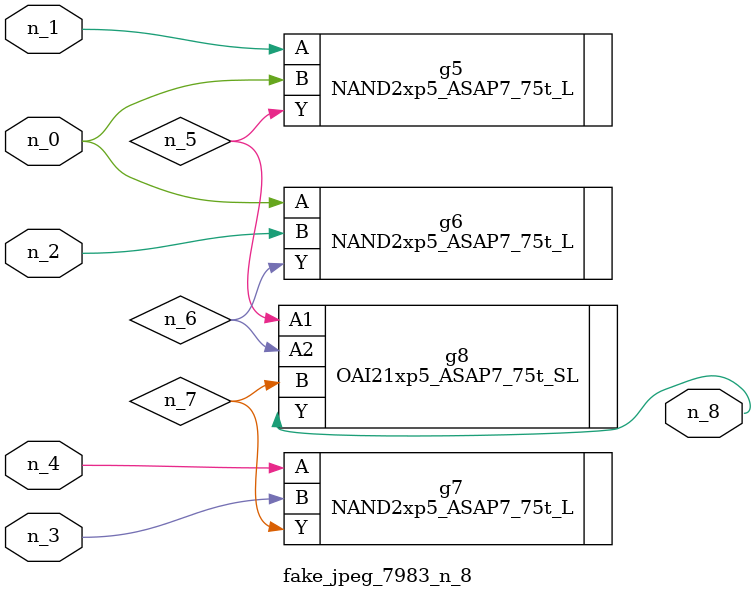
<source format=v>
module fake_jpeg_7983_n_8 (n_3, n_2, n_1, n_0, n_4, n_8);

input n_3;
input n_2;
input n_1;
input n_0;
input n_4;

output n_8;

wire n_6;
wire n_5;
wire n_7;

NAND2xp5_ASAP7_75t_L g5 ( 
.A(n_1),
.B(n_0),
.Y(n_5)
);

NAND2xp5_ASAP7_75t_L g6 ( 
.A(n_0),
.B(n_2),
.Y(n_6)
);

NAND2xp5_ASAP7_75t_L g7 ( 
.A(n_4),
.B(n_3),
.Y(n_7)
);

OAI21xp5_ASAP7_75t_SL g8 ( 
.A1(n_5),
.A2(n_6),
.B(n_7),
.Y(n_8)
);


endmodule
</source>
